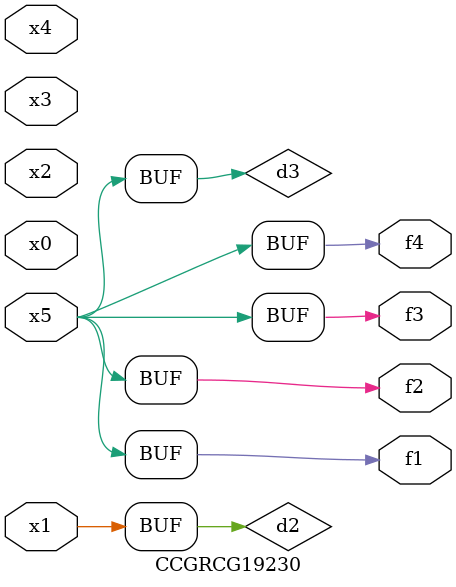
<source format=v>
module CCGRCG19230(
	input x0, x1, x2, x3, x4, x5,
	output f1, f2, f3, f4
);

	wire d1, d2, d3;

	not (d1, x5);
	or (d2, x1);
	xnor (d3, d1);
	assign f1 = d3;
	assign f2 = d3;
	assign f3 = d3;
	assign f4 = d3;
endmodule

</source>
